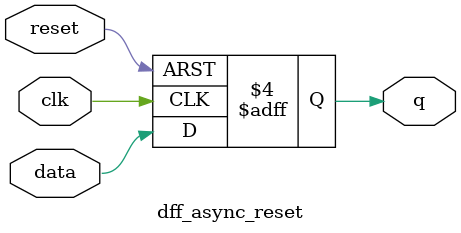
<source format=v>

module dff_async_reset (
	input wire data, // Data Input
	input wire clk, // Clock Input
	input wire reset, // Reset input 
	output reg q = 0 // Q output
);

	always @ ( posedge clk or negedge reset)
	if (~reset) begin
	  q = 1'b0;
	end else begin
	  q = data;
	end

endmodule //End Of Module dff_async_reset

</source>
